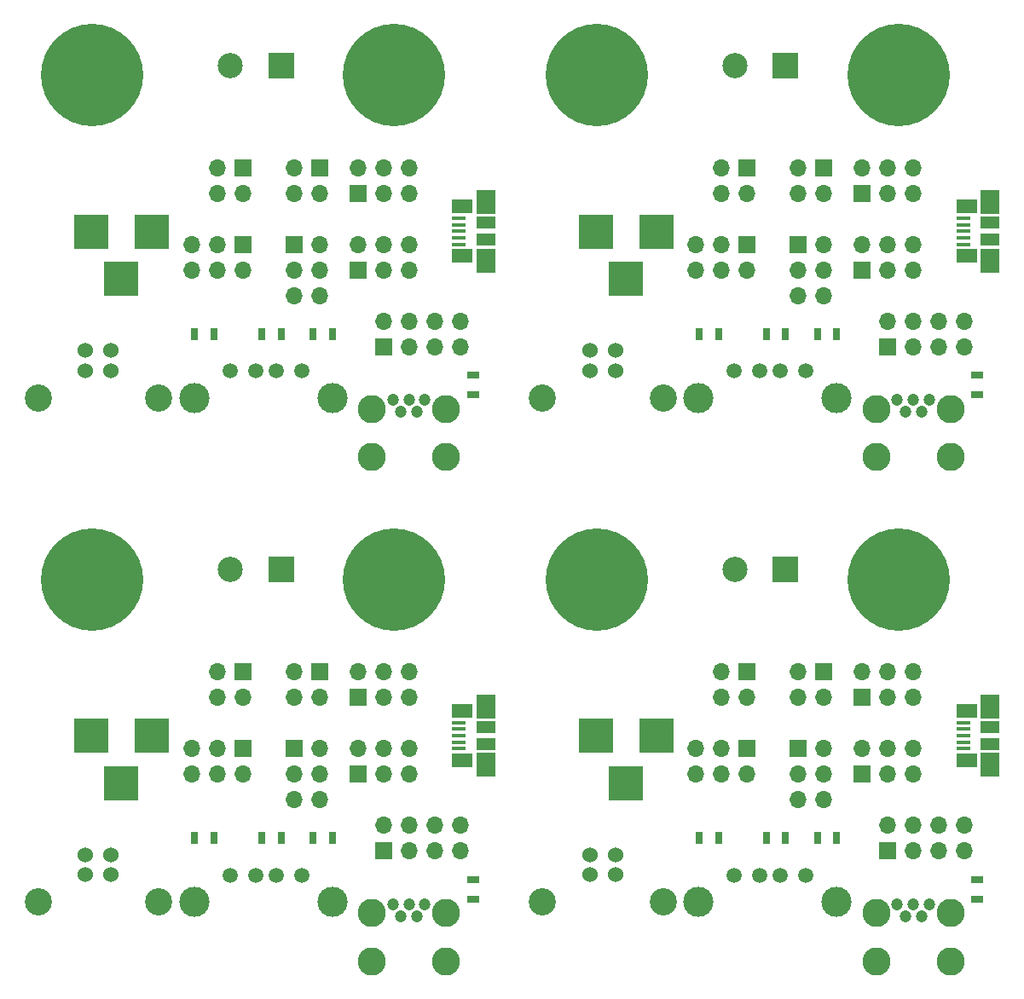
<source format=gts>
%MOIN*%
%OFA0B0*%
%FSLAX46Y46*%
%IPPOS*%
%LPD*%
%ADD10C,0.0039370078740157488*%
%ADD11C,0.1063*%
%ADD12C,0.060000000000000005*%
%ADD13R,0.066929133858267723X0.066929133858267723*%
%ADD14O,0.066929133858267723X0.066929133858267723*%
%ADD15R,0.1378X0.1378*%
%ADD16C,0.4*%
%ADD17R,0.027559055118110236X0.051181102362204731*%
%ADD18R,0.051181102362204731X0.027559055118110236*%
%ADD19C,0.0470472440944882*%
%ADD20C,0.11023622047244094*%
%ADD21C,0.11810000000000001*%
%ADD22C,0.0591*%
%ADD23C,0.0984251968503937*%
%ADD24R,0.0984251968503937X0.0984251968503937*%
%ADD25R,0.0543X0.0177*%
%ADD26R,0.0827X0.058*%
%ADD27R,0.0747X0.0935*%
%ADD28R,0.0747X0.046200000000000005*%
%ADD39C,0.0039370078740157488*%
%ADD40C,0.1063*%
%ADD41C,0.060000000000000005*%
%ADD42R,0.066929133858267723X0.066929133858267723*%
%ADD43O,0.066929133858267723X0.066929133858267723*%
%ADD44R,0.1378X0.1378*%
%ADD45C,0.4*%
%ADD46R,0.027559055118110236X0.051181102362204731*%
%ADD47R,0.051181102362204731X0.027559055118110236*%
%ADD48C,0.0470472440944882*%
%ADD49C,0.11023622047244094*%
%ADD50C,0.11810000000000001*%
%ADD51C,0.0591*%
%ADD52C,0.0984251968503937*%
%ADD53R,0.0984251968503937X0.0984251968503937*%
%ADD54R,0.0543X0.0177*%
%ADD55R,0.0827X0.058*%
%ADD56R,0.0747X0.0935*%
%ADD57R,0.0747X0.046200000000000005*%
%ADD58C,0.0039370078740157488*%
%ADD59C,0.1063*%
%ADD60C,0.060000000000000005*%
%ADD61R,0.066929133858267723X0.066929133858267723*%
%ADD62O,0.066929133858267723X0.066929133858267723*%
%ADD63R,0.1378X0.1378*%
%ADD64C,0.4*%
%ADD65R,0.027559055118110236X0.051181102362204731*%
%ADD66R,0.051181102362204731X0.027559055118110236*%
%ADD67C,0.0470472440944882*%
%ADD68C,0.11023622047244094*%
%ADD69C,0.11810000000000001*%
%ADD70C,0.0591*%
%ADD71C,0.0984251968503937*%
%ADD72R,0.0984251968503937X0.0984251968503937*%
%ADD73R,0.0543X0.0177*%
%ADD74R,0.0827X0.058*%
%ADD75R,0.0747X0.0935*%
%ADD76R,0.0747X0.046200000000000005*%
%ADD77C,0.0039370078740157488*%
%ADD78C,0.1063*%
%ADD79C,0.060000000000000005*%
%ADD80R,0.066929133858267723X0.066929133858267723*%
%ADD81O,0.066929133858267723X0.066929133858267723*%
%ADD82R,0.1378X0.1378*%
%ADD83C,0.4*%
%ADD84R,0.027559055118110236X0.051181102362204731*%
%ADD85R,0.051181102362204731X0.027559055118110236*%
%ADD86C,0.0470472440944882*%
%ADD87C,0.11023622047244094*%
%ADD88C,0.11810000000000001*%
%ADD89C,0.0591*%
%ADD90C,0.0984251968503937*%
%ADD91R,0.0984251968503937X0.0984251968503937*%
%ADD92R,0.0543X0.0177*%
%ADD93R,0.0827X0.058*%
%ADD94R,0.0747X0.0935*%
%ADD95R,0.0747X0.046200000000000005*%
G01G01*
D10*
D11*
X0000003937Y0000003937D02*
X0000576337Y0000403937D03*
X0000103937Y0000403937D03*
D12*
X0000290137Y0000510237D03*
X0000390137Y0000510237D03*
X0000390137Y0000588937D03*
X0000290137Y0000588937D03*
D13*
X0000903937Y0001303937D03*
D14*
X0000903937Y0001203937D03*
X0000803937Y0001303937D03*
X0000803937Y0001203937D03*
X0001103937Y0001203937D03*
X0001103937Y0001303937D03*
X0001203937Y0001203937D03*
D13*
X0001203937Y0001303937D03*
X0001353937Y0001203937D03*
D14*
X0001353937Y0001303937D03*
X0001453937Y0001203937D03*
X0001453937Y0001303937D03*
X0001553937Y0001203937D03*
X0001553937Y0001303937D03*
X0001203937Y0000803937D03*
X0001103937Y0000803937D03*
X0001203937Y0000903937D03*
X0001103937Y0000903937D03*
X0001203937Y0001003937D03*
D13*
X0001103937Y0001003937D03*
X0000903937Y0001003937D03*
D14*
X0000903937Y0000903937D03*
X0000803937Y0001003937D03*
X0000803937Y0000903937D03*
X0000703937Y0001003937D03*
X0000703937Y0000903937D03*
X0001553937Y0001003937D03*
X0001553937Y0000903937D03*
X0001453937Y0001003937D03*
X0001453937Y0000903937D03*
X0001353937Y0001003937D03*
D13*
X0001353937Y0000903937D03*
D14*
X0001753937Y0000703937D03*
X0001753937Y0000603937D03*
X0001653937Y0000703937D03*
X0001653937Y0000603937D03*
X0001553937Y0000703937D03*
X0001553937Y0000603937D03*
X0001453937Y0000703937D03*
D13*
X0001453937Y0000603937D03*
D15*
X0000429937Y0000868937D03*
X0000311837Y0001053937D03*
X0000548037Y0001053937D03*
D16*
X0000316448Y0001665196D03*
X0001496448Y0001665196D03*
D17*
X0001053937Y0000653937D03*
X0000979133Y0000653937D03*
D18*
X0001803937Y0000416535D03*
X0001803937Y0000491338D03*
D19*
X0001490944Y0000395472D03*
X0001522440Y0000348228D03*
X0001553937Y0000395472D03*
X0001585433Y0000348228D03*
X0001616929Y0000395472D03*
D20*
X0001408267Y0000360039D03*
X0001699606Y0000360039D03*
X0001408267Y0000173031D03*
X0001699606Y0000173031D03*
D17*
X0000791338Y0000653937D03*
X0000716535Y0000653937D03*
D21*
X0000713935Y0000403941D03*
X0001253935Y0000403941D03*
D22*
X0000853935Y0000508941D03*
X0000953935Y0000508941D03*
X0001033935Y0000508941D03*
X0001133935Y0000508941D03*
D23*
X0000857086Y0001703937D03*
D24*
X0001053937Y0001703937D03*
D25*
X0001749237Y0001106337D03*
X0001749237Y0001080737D03*
X0001749237Y0001055137D03*
X0001749237Y0001029537D03*
X0001749237Y0001003937D03*
D26*
X0001763437Y0000958237D03*
X0001763437Y0001152037D03*
D27*
X0001853937Y0000940437D03*
X0001853937Y0001169837D03*
D28*
X0001853937Y0001088137D03*
X0001853937Y0001022137D03*
D17*
X0001253937Y0000653937D03*
X0001179133Y0000653937D03*
G04 next file*
G04 #@! TF.GenerationSoftware,KiCad,Pcbnew,(2017-04-12 revision 02abf1804)-makepkg*
G04 #@! TF.CreationDate,2017-04-21T09:09:19+03:00*
G04 #@! TF.ProjectId,vbb,7662622E6B696361645F706362000000,rev?*
G04 #@! TF.FileFunction,Soldermask,Top*
G04 #@! TF.FilePolarity,Negative*
G04 Gerber Fmt 4.6, Leading zero omitted, Abs format (unit mm)*
G04 Created by KiCad (PCBNEW (2017-04-12 revision 02abf1804)-makepkg) date 04/21/17 09:09:19*
G01G01*
G04 APERTURE LIST*
G04 APERTURE END LIST*
D39*
D40*
X0000003937Y0001976377D02*
X0000576337Y0002376377D03*
X0000103937Y0002376377D03*
D41*
X0000290137Y0002482677D03*
X0000390137Y0002482677D03*
X0000390137Y0002561377D03*
X0000290137Y0002561377D03*
D42*
X0000903937Y0003276377D03*
D43*
X0000903937Y0003176377D03*
X0000803937Y0003276377D03*
X0000803937Y0003176377D03*
X0001103937Y0003176377D03*
X0001103937Y0003276377D03*
X0001203937Y0003176377D03*
D42*
X0001203937Y0003276377D03*
X0001353937Y0003176377D03*
D43*
X0001353937Y0003276377D03*
X0001453937Y0003176377D03*
X0001453937Y0003276377D03*
X0001553937Y0003176377D03*
X0001553937Y0003276377D03*
X0001203937Y0002776377D03*
X0001103937Y0002776377D03*
X0001203937Y0002876377D03*
X0001103937Y0002876377D03*
X0001203937Y0002976377D03*
D42*
X0001103937Y0002976377D03*
X0000903937Y0002976377D03*
D43*
X0000903937Y0002876377D03*
X0000803937Y0002976377D03*
X0000803937Y0002876377D03*
X0000703937Y0002976377D03*
X0000703937Y0002876377D03*
X0001553937Y0002976377D03*
X0001553937Y0002876377D03*
X0001453937Y0002976377D03*
X0001453937Y0002876377D03*
X0001353937Y0002976377D03*
D42*
X0001353937Y0002876377D03*
D43*
X0001753937Y0002676377D03*
X0001753937Y0002576377D03*
X0001653937Y0002676377D03*
X0001653937Y0002576377D03*
X0001553937Y0002676377D03*
X0001553937Y0002576377D03*
X0001453937Y0002676377D03*
D42*
X0001453937Y0002576377D03*
D44*
X0000429937Y0002841377D03*
X0000311837Y0003026377D03*
X0000548037Y0003026377D03*
D45*
X0000316448Y0003637637D03*
X0001496448Y0003637637D03*
D46*
X0001053937Y0002626377D03*
X0000979133Y0002626377D03*
D47*
X0001803937Y0002388976D03*
X0001803937Y0002463779D03*
D48*
X0001490944Y0002367913D03*
X0001522440Y0002320669D03*
X0001553937Y0002367913D03*
X0001585433Y0002320669D03*
X0001616929Y0002367913D03*
D49*
X0001408267Y0002332480D03*
X0001699606Y0002332480D03*
X0001408267Y0002145472D03*
X0001699606Y0002145472D03*
D46*
X0000791338Y0002626377D03*
X0000716535Y0002626377D03*
D50*
X0000713935Y0002376382D03*
X0001253935Y0002376382D03*
D51*
X0000853935Y0002481382D03*
X0000953935Y0002481382D03*
X0001033935Y0002481382D03*
X0001133935Y0002481382D03*
D52*
X0000857086Y0003676377D03*
D53*
X0001053937Y0003676377D03*
D54*
X0001749237Y0003078778D03*
X0001749237Y0003053178D03*
X0001749237Y0003027578D03*
X0001749237Y0003001978D03*
X0001749237Y0002976378D03*
D55*
X0001763437Y0002930678D03*
X0001763437Y0003124478D03*
D56*
X0001853937Y0002912878D03*
X0001853937Y0003142278D03*
D57*
X0001853937Y0003060578D03*
X0001853937Y0002994578D03*
D46*
X0001253937Y0002626377D03*
X0001179133Y0002626377D03*
G04 next file*
G04 #@! TF.GenerationSoftware,KiCad,Pcbnew,(2017-04-12 revision 02abf1804)-makepkg*
G04 #@! TF.CreationDate,2017-04-21T09:09:19+03:00*
G04 #@! TF.ProjectId,vbb,7662622E6B696361645F706362000000,rev?*
G04 #@! TF.FileFunction,Soldermask,Top*
G04 #@! TF.FilePolarity,Negative*
G04 Gerber Fmt 4.6, Leading zero omitted, Abs format (unit mm)*
G04 Created by KiCad (PCBNEW (2017-04-12 revision 02abf1804)-makepkg) date 04/21/17 09:09:19*
G01G01*
G04 APERTURE LIST*
G04 APERTURE END LIST*
D58*
D59*
X0001976377Y0001976377D02*
X0002548778Y0002376377D03*
X0002076378Y0002376377D03*
D60*
X0002262578Y0002482677D03*
X0002362578Y0002482677D03*
X0002362578Y0002561377D03*
X0002262578Y0002561377D03*
D61*
X0002876377Y0003276377D03*
D62*
X0002876377Y0003176377D03*
X0002776377Y0003276377D03*
X0002776377Y0003176377D03*
X0003076377Y0003176377D03*
X0003076377Y0003276377D03*
X0003176377Y0003176377D03*
D61*
X0003176377Y0003276377D03*
X0003326377Y0003176377D03*
D62*
X0003326377Y0003276377D03*
X0003426377Y0003176377D03*
X0003426377Y0003276377D03*
X0003526377Y0003176377D03*
X0003526377Y0003276377D03*
X0003176377Y0002776377D03*
X0003076377Y0002776377D03*
X0003176377Y0002876377D03*
X0003076377Y0002876377D03*
X0003176377Y0002976377D03*
D61*
X0003076377Y0002976377D03*
X0002876377Y0002976377D03*
D62*
X0002876377Y0002876377D03*
X0002776377Y0002976377D03*
X0002776377Y0002876377D03*
X0002676377Y0002976377D03*
X0002676377Y0002876377D03*
X0003526377Y0002976377D03*
X0003526377Y0002876377D03*
X0003426377Y0002976377D03*
X0003426377Y0002876377D03*
X0003326377Y0002976377D03*
D61*
X0003326377Y0002876377D03*
D62*
X0003726377Y0002676377D03*
X0003726377Y0002576377D03*
X0003626377Y0002676377D03*
X0003626377Y0002576377D03*
X0003526377Y0002676377D03*
X0003526377Y0002576377D03*
X0003426377Y0002676377D03*
D61*
X0003426377Y0002576377D03*
D63*
X0002402377Y0002841377D03*
X0002284277Y0003026377D03*
X0002520477Y0003026377D03*
D64*
X0002288889Y0003637637D03*
X0003468889Y0003637637D03*
D65*
X0003026377Y0002626377D03*
X0002951574Y0002626377D03*
D66*
X0003776377Y0002388976D03*
X0003776377Y0002463779D03*
D67*
X0003463385Y0002367913D03*
X0003494881Y0002320669D03*
X0003526377Y0002367913D03*
X0003557874Y0002320669D03*
X0003589370Y0002367913D03*
D68*
X0003380708Y0002332480D03*
X0003672047Y0002332480D03*
X0003380708Y0002145472D03*
X0003672047Y0002145472D03*
D65*
X0002763779Y0002626377D03*
X0002688976Y0002626377D03*
D69*
X0002686376Y0002376382D03*
X0003226376Y0002376382D03*
D70*
X0002826376Y0002481382D03*
X0002926376Y0002481382D03*
X0003006376Y0002481382D03*
X0003106376Y0002481382D03*
D71*
X0002829527Y0003676377D03*
D72*
X0003026377Y0003676377D03*
D73*
X0003721677Y0003078778D03*
X0003721677Y0003053178D03*
X0003721677Y0003027578D03*
X0003721677Y0003001978D03*
X0003721677Y0002976378D03*
D74*
X0003735877Y0002930678D03*
X0003735877Y0003124478D03*
D75*
X0003826377Y0002912878D03*
X0003826377Y0003142278D03*
D76*
X0003826377Y0003060578D03*
X0003826377Y0002994578D03*
D65*
X0003226377Y0002626377D03*
X0003151574Y0002626377D03*
G04 next file*
G04 #@! TF.GenerationSoftware,KiCad,Pcbnew,(2017-04-12 revision 02abf1804)-makepkg*
G04 #@! TF.CreationDate,2017-04-21T09:09:19+03:00*
G04 #@! TF.ProjectId,vbb,7662622E6B696361645F706362000000,rev?*
G04 #@! TF.FileFunction,Soldermask,Top*
G04 #@! TF.FilePolarity,Negative*
G04 Gerber Fmt 4.6, Leading zero omitted, Abs format (unit mm)*
G04 Created by KiCad (PCBNEW (2017-04-12 revision 02abf1804)-makepkg) date 04/21/17 09:09:19*
G01G01*
G04 APERTURE LIST*
G04 APERTURE END LIST*
D77*
D78*
X0001976377Y0000003937D02*
X0002548778Y0000403937D03*
X0002076378Y0000403937D03*
D79*
X0002262578Y0000510237D03*
X0002362578Y0000510237D03*
X0002362578Y0000588937D03*
X0002262578Y0000588937D03*
D80*
X0002876377Y0001303937D03*
D81*
X0002876377Y0001203937D03*
X0002776377Y0001303937D03*
X0002776377Y0001203937D03*
X0003076377Y0001203937D03*
X0003076377Y0001303937D03*
X0003176377Y0001203937D03*
D80*
X0003176377Y0001303937D03*
X0003326377Y0001203937D03*
D81*
X0003326377Y0001303937D03*
X0003426377Y0001203937D03*
X0003426377Y0001303937D03*
X0003526377Y0001203937D03*
X0003526377Y0001303937D03*
X0003176377Y0000803937D03*
X0003076377Y0000803937D03*
X0003176377Y0000903937D03*
X0003076377Y0000903937D03*
X0003176377Y0001003937D03*
D80*
X0003076377Y0001003937D03*
X0002876377Y0001003937D03*
D81*
X0002876377Y0000903937D03*
X0002776377Y0001003937D03*
X0002776377Y0000903937D03*
X0002676377Y0001003937D03*
X0002676377Y0000903937D03*
X0003526377Y0001003937D03*
X0003526377Y0000903937D03*
X0003426377Y0001003937D03*
X0003426377Y0000903937D03*
X0003326377Y0001003937D03*
D80*
X0003326377Y0000903937D03*
D81*
X0003726377Y0000703937D03*
X0003726377Y0000603937D03*
X0003626377Y0000703937D03*
X0003626377Y0000603937D03*
X0003526377Y0000703937D03*
X0003526377Y0000603937D03*
X0003426377Y0000703937D03*
D80*
X0003426377Y0000603937D03*
D82*
X0002402377Y0000868937D03*
X0002284277Y0001053937D03*
X0002520477Y0001053937D03*
D83*
X0002288889Y0001665196D03*
X0003468889Y0001665196D03*
D84*
X0003026377Y0000653937D03*
X0002951574Y0000653937D03*
D85*
X0003776377Y0000416535D03*
X0003776377Y0000491338D03*
D86*
X0003463385Y0000395472D03*
X0003494881Y0000348228D03*
X0003526377Y0000395472D03*
X0003557874Y0000348228D03*
X0003589370Y0000395472D03*
D87*
X0003380708Y0000360039D03*
X0003672047Y0000360039D03*
X0003380708Y0000173031D03*
X0003672047Y0000173031D03*
D84*
X0002763779Y0000653937D03*
X0002688976Y0000653937D03*
D88*
X0002686376Y0000403941D03*
X0003226376Y0000403941D03*
D89*
X0002826376Y0000508941D03*
X0002926376Y0000508941D03*
X0003006376Y0000508941D03*
X0003106376Y0000508941D03*
D90*
X0002829527Y0001703937D03*
D91*
X0003026377Y0001703937D03*
D92*
X0003721677Y0001106337D03*
X0003721677Y0001080737D03*
X0003721677Y0001055137D03*
X0003721677Y0001029537D03*
X0003721677Y0001003937D03*
D93*
X0003735877Y0000958237D03*
X0003735877Y0001152037D03*
D94*
X0003826377Y0000940437D03*
X0003826377Y0001169837D03*
D95*
X0003826377Y0001088137D03*
X0003826377Y0001022137D03*
D84*
X0003226377Y0000653937D03*
X0003151574Y0000653937D03*
M02*
</source>
